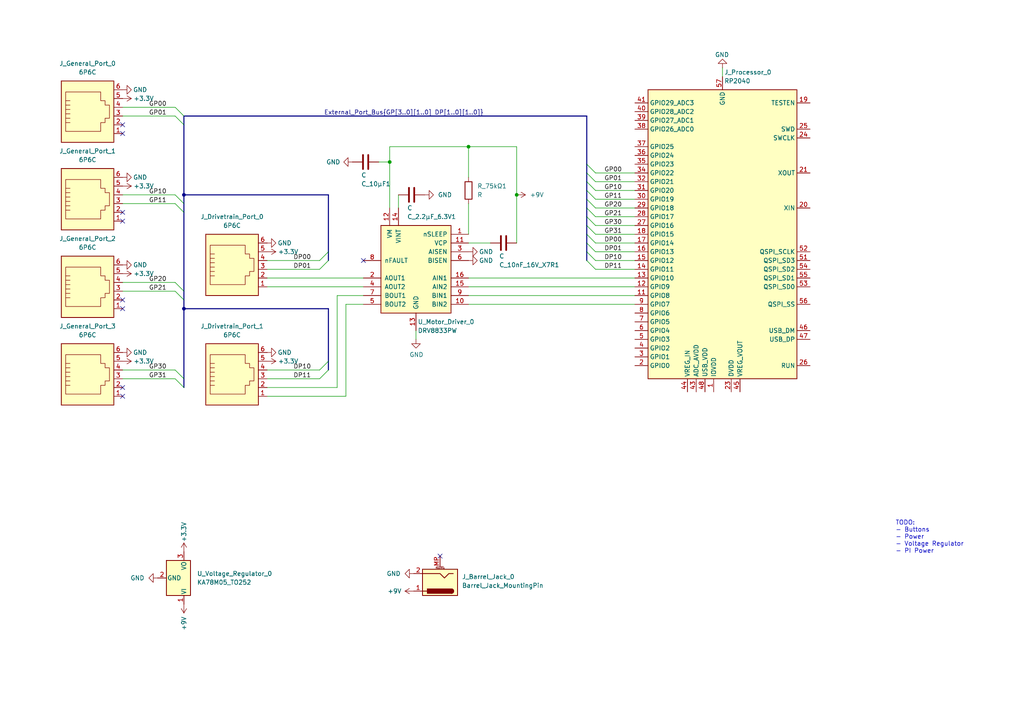
<source format=kicad_sch>
(kicad_sch (version 20211123) (generator eeschema)
  (paper "A4")
  (lib_symbols
    (symbol "Connector:6P6C" (pin_names (offset 1.016))
      (property "Reference" "J" (at -5.08 11.43 0))
      (property "Value" "6P6C" (at 2.54 11.43 0))
      (symbol "6P6C_0_1"
        (polyline (pts (xy -6.35 -1.905) (xy -5.08 -1.905) (xy -5.08 -1.905)))
        (polyline (pts (xy -6.35 -0.635) (xy -5.08 -0.635) (xy -5.08 -0.635)))
        (polyline (pts (xy -6.35 0.635) (xy -5.08 0.635) (xy -5.08 0.635)))
        (polyline (pts (xy -6.35 1.905) (xy -5.08 1.905) (xy -5.08 1.905)))
        (polyline (pts (xy -6.35 3.175) (xy -5.08 3.175) (xy -5.08 3.175)))
        (polyline (pts (xy -5.08 4.445) (xy -6.35 4.445) (xy -6.35 4.445)))
        (polyline (pts (xy -6.35 -4.445) (xy -6.35 6.985) (xy 3.81 6.985) (xy 3.81 4.445) (xy 5.08 4.445) (xy 5.08 3.175) (xy 6.35 3.175) (xy 6.35 -0.635) (xy 5.08 -0.635) (xy 5.08 -1.905) (xy 3.81 -1.905) (xy 3.81 -4.445) (xy -6.35 -4.445) (xy -6.35 -4.445)))
        (rectangle (start 7.62 10.16) (end -7.62 -7.62) (stroke (width 0.254)) (fill (type background)))
      )
      (symbol "6P6C_1_1"
        (pin passive line (at 10.16 -5.08 180) (length 2.54) (name "~") (number "1"))
        (pin passive line (at 10.16 -2.54 180) (length 2.54) (name "~") (number "2"))
        (pin passive line (at 10.16 0 180) (length 2.54) (name "~") (number "3"))
        (pin passive line (at 10.16 2.54 180) (length 2.54) (name "~") (number "4"))
        (pin passive line (at 10.16 5.08 180) (length 2.54) (name "~") (number "5"))
        (pin passive line (at 10.16 7.62 180) (length 2.54) (name "~") (number "6"))
      )
    )
    (symbol "Connector:Barrel_Jack_MountingPin" (pin_names hide)
      (property "Reference" "J" (at 0 5.334 0))
      (property "Value" "Barrel_Jack_MountingPin" (at 1.27 -6.35 0))
      (symbol "Barrel_Jack_MountingPin_0_1"
        (rectangle (start -5.08 3.81) (end 5.08 -3.81) (stroke (width 0.254)) (fill (type background)))
        (arc (start -3.302 3.175) (mid -3.937 2.54) (end -3.302 1.905) (stroke (width 0.254)))
        (arc (start -3.302 3.175) (mid -3.937 2.54) (end -3.302 1.905) (stroke (width 0.254)) (fill (type outline)))
        (polyline (pts (xy 5.08 2.54) (xy 3.81 2.54)) (stroke (width 0.254)))
        (polyline (pts (xy -3.81 -2.54) (xy -2.54 -2.54) (xy -1.27 -1.27) (xy 0 -2.54) (xy 2.54 -2.54) (xy 5.08 -2.54)) (stroke (width 0.254)))
        (rectangle (start 3.683 3.175) (end -3.302 1.905) (stroke (width 0.254)) (fill (type outline)))
      )
      (symbol "Barrel_Jack_MountingPin_1_1"
        (polyline (pts (xy -1.016 -4.572) (xy 1.016 -4.572)) (stroke (width 0.1524)))
        (text "Mounting" (at 0 -4.191 0) (effects (font (size 0.381 0.381))))
        (pin passive line (at 7.62 2.54 180) (length 2.54) (name "~") (number "1"))
        (pin passive line (at 7.62 -2.54 180) (length 2.54) (name "~") (number "2"))
        (pin passive line (at 0 -7.62 90) (length 3.048) (name "MountPin") (number "MP"))
      )
    )
    (symbol "Device:C" (pin_numbers hide) (pin_names (offset 0.254))
      (property "Reference" "C" (at 0.635 2.54 0))
      (property "Value" "C" (at 0.635 -2.54 0))
      (symbol "C_0_1"
        (polyline (pts (xy -2.032 -0.762) (xy 2.032 -0.762)) (stroke (width 0.508)))
        (polyline (pts (xy -2.032 0.762) (xy 2.032 0.762)) (stroke (width 0.508)))
      )
      (symbol "C_1_1"
        (pin passive line (at 0 3.81 270) (length 2.794) (name "~") (number "1"))
        (pin passive line (at 0 -3.81 90) (length 2.794) (name "~") (number "2"))
      )
    )
    (symbol "Device:R" (pin_numbers hide) (pin_names (offset 0))
      (property "Reference" "R" (at 2.032 0 90))
      (property "Value" "R" (at 0 0 90))
      (symbol "R_0_1"
        (rectangle (start -1.016 -2.54) (end 1.016 2.54) (stroke (width 0.254)))
      )
      (symbol "R_1_1"
        (pin passive line (at 0 3.81 270) (length 1.27) (name "~") (number "1"))
        (pin passive line (at 0 -3.81 90) (length 1.27) (name "~") (number "2"))
      )
    )
    (symbol "Driver_Motor:DRV8833PW" (pin_names (offset 1.016))
      (property "Reference" "U" (at -3.81 16.51 0))
      (property "Value" "DRV8833PW" (at -3.81 13.97 0))
      (symbol "DRV8833PW_0_1"
        (rectangle (start -10.16 12.7) (end 10.16 -12.7) (stroke (width 0.254)) (fill (type background)))
      )
      (symbol "DRV8833PW_1_1"
        (pin input line (at -15.24 10.16 0) (length 5.08) (name "nSLEEP") (number "1"))
        (pin input line (at -15.24 -10.16 0) (length 5.08) (name "BIN2") (number "10"))
        (pin bidirectional line (at -15.24 7.62 0) (length 5.08) (name "VCP") (number "11"))
        (pin power_in line (at 7.62 17.78 270) (length 5.08) (name "VM") (number "12"))
        (pin power_in line (at 0 -17.78 90) (length 5.08) (name "GND") (number "13"))
        (pin power_in line (at 5.08 17.78 270) (length 5.08) (name "VINT") (number "14"))
        (pin input line (at -15.24 -5.08 0) (length 5.08) (name "AIN2") (number "15"))
        (pin input line (at -15.24 -2.54 0) (length 5.08) (name "AIN1") (number "16"))
        (pin power_out line (at 15.24 -2.54 180) (length 5.08) (name "AOUT1") (number "2"))
        (pin bidirectional line (at -15.24 5.08 0) (length 5.08) (name "AISEN") (number "3"))
        (pin power_out line (at 15.24 -5.08 180) (length 5.08) (name "AOUT2") (number "4"))
        (pin power_out line (at 15.24 -10.16 180) (length 5.08) (name "BOUT2") (number "5"))
        (pin bidirectional line (at -15.24 2.54 0) (length 5.08) (name "BISEN") (number "6"))
        (pin power_out line (at 15.24 -7.62 180) (length 5.08) (name "BOUT1") (number "7"))
        (pin open_collector line (at 15.24 2.54 180) (length 5.08) (name "nFAULT") (number "8"))
        (pin input line (at -15.24 -7.62 0) (length 5.08) (name "BIN1") (number "9"))
      )
    )
    (symbol "MCU_RaspberryPi:RP2040"
      (property "Reference" "U" (at 17.78 45.72 0))
      (property "Value" "RP2040" (at 17.78 43.18 0))
      (symbol "RP2040_0_1"
        (rectangle (start -21.59 41.91) (end 21.59 -41.91) (stroke (width 0.254)) (fill (type background)))
      )
      (symbol "RP2040_1_1"
        (pin power_in line (at 2.54 45.72 270) (length 3.81) (name "IOVDD") (number "1"))
        (pin passive line (at 2.54 45.72 270) (length 3.81) hide (name "IOVDD") (number "10"))
        (pin bidirectional line (at 25.4 17.78 180) (length 3.81) (name "GPIO8") (number "11"))
        (pin bidirectional line (at 25.4 15.24 180) (length 3.81) (name "GPIO9") (number "12"))
        (pin bidirectional line (at 25.4 12.7 180) (length 3.81) (name "GPIO10") (number "13"))
        (pin bidirectional line (at 25.4 10.16 180) (length 3.81) (name "GPIO11") (number "14"))
        (pin bidirectional line (at 25.4 7.62 180) (length 3.81) (name "GPIO12") (number "15"))
        (pin bidirectional line (at 25.4 5.08 180) (length 3.81) (name "GPIO13") (number "16"))
        (pin bidirectional line (at 25.4 2.54 180) (length 3.81) (name "GPIO14") (number "17"))
        (pin bidirectional line (at 25.4 0 180) (length 3.81) (name "GPIO15") (number "18"))
        (pin input line (at -25.4 -38.1 0) (length 3.81) (name "TESTEN") (number "19"))
        (pin bidirectional line (at 25.4 38.1 180) (length 3.81) (name "GPIO0") (number "2"))
        (pin input line (at -25.4 -7.62 0) (length 3.81) (name "XIN") (number "20"))
        (pin passive line (at -25.4 -17.78 0) (length 3.81) (name "XOUT") (number "21"))
        (pin passive line (at 2.54 45.72 270) (length 3.81) hide (name "IOVDD") (number "22"))
        (pin power_in line (at -2.54 45.72 270) (length 3.81) (name "DVDD") (number "23"))
        (pin output line (at -25.4 -27.94 0) (length 3.81) (name "SWCLK") (number "24"))
        (pin bidirectional line (at -25.4 -30.48 0) (length 3.81) (name "SWD") (number "25"))
        (pin input line (at -25.4 38.1 0) (length 3.81) (name "RUN") (number "26"))
        (pin bidirectional line (at 25.4 -2.54 180) (length 3.81) (name "GPIO16") (number "27"))
        (pin bidirectional line (at 25.4 -5.08 180) (length 3.81) (name "GPIO17") (number "28"))
        (pin bidirectional line (at 25.4 -7.62 180) (length 3.81) (name "GPIO18") (number "29"))
        (pin bidirectional line (at 25.4 35.56 180) (length 3.81) (name "GPIO1") (number "3"))
        (pin bidirectional line (at 25.4 -10.16 180) (length 3.81) (name "GPIO19") (number "30"))
        (pin bidirectional line (at 25.4 -12.7 180) (length 3.81) (name "GPIO20") (number "31"))
        (pin bidirectional line (at 25.4 -15.24 180) (length 3.81) (name "GPIO21") (number "32"))
        (pin passive line (at 2.54 45.72 270) (length 3.81) hide (name "IOVDD") (number "33"))
        (pin bidirectional line (at 25.4 -17.78 180) (length 3.81) (name "GPIO22") (number "34"))
        (pin bidirectional line (at 25.4 -20.32 180) (length 3.81) (name "GPIO23") (number "35"))
        (pin bidirectional line (at 25.4 -22.86 180) (length 3.81) (name "GPIO24") (number "36"))
        (pin bidirectional line (at 25.4 -25.4 180) (length 3.81) (name "GPIO25") (number "37"))
        (pin bidirectional line (at 25.4 -30.48 180) (length 3.81) (name "GPIO26_ADC0") (number "38"))
        (pin bidirectional line (at 25.4 -33.02 180) (length 3.81) (name "GPIO27_ADC1") (number "39"))
        (pin bidirectional line (at 25.4 33.02 180) (length 3.81) (name "GPIO2") (number "4"))
        (pin bidirectional line (at 25.4 -35.56 180) (length 3.81) (name "GPIO28_ADC2") (number "40"))
        (pin bidirectional line (at 25.4 -38.1 180) (length 3.81) (name "GPIO29_ADC3") (number "41"))
        (pin passive line (at 2.54 45.72 270) (length 3.81) hide (name "IOVDD") (number "42"))
        (pin power_in line (at 7.62 45.72 270) (length 3.81) (name "ADC_AVDD") (number "43"))
        (pin power_in line (at 10.16 45.72 270) (length 3.81) (name "VREG_IN") (number "44"))
        (pin power_out line (at -5.08 45.72 270) (length 3.81) (name "VREG_VOUT") (number "45"))
        (pin bidirectional line (at -25.4 27.94 0) (length 3.81) (name "USB_DM") (number "46"))
        (pin bidirectional line (at -25.4 30.48 0) (length 3.81) (name "USB_DP") (number "47"))
        (pin power_in line (at 5.08 45.72 270) (length 3.81) (name "USB_VDD") (number "48"))
        (pin passive line (at 2.54 45.72 270) (length 3.81) hide (name "IOVDD") (number "49"))
        (pin bidirectional line (at 25.4 30.48 180) (length 3.81) (name "GPIO3") (number "5"))
        (pin passive line (at -2.54 45.72 270) (length 3.81) hide (name "DVDD") (number "50"))
        (pin bidirectional line (at -25.4 7.62 0) (length 3.81) (name "QSPI_SD3") (number "51"))
        (pin output line (at -25.4 5.08 0) (length 3.81) (name "QSPI_SCLK") (number "52"))
        (pin bidirectional line (at -25.4 15.24 0) (length 3.81) (name "QSPI_SD0") (number "53"))
        (pin bidirectional line (at -25.4 10.16 0) (length 3.81) (name "QSPI_SD2") (number "54"))
        (pin bidirectional line (at -25.4 12.7 0) (length 3.81) (name "QSPI_SD1") (number "55"))
        (pin bidirectional line (at -25.4 20.32 0) (length 3.81) (name "QSPI_SS") (number "56"))
        (pin power_in line (at 0 -45.72 90) (length 3.81) (name "GND") (number "57"))
        (pin bidirectional line (at 25.4 27.94 180) (length 3.81) (name "GPIO4") (number "6"))
        (pin bidirectional line (at 25.4 25.4 180) (length 3.81) (name "GPIO5") (number "7"))
        (pin bidirectional line (at 25.4 22.86 180) (length 3.81) (name "GPIO6") (number "8"))
        (pin bidirectional line (at 25.4 20.32 180) (length 3.81) (name "GPIO7") (number "9"))
      )
    )
    (symbol "Regulator_Linear:KA78M05_TO252" (pin_names (offset 0.254))
      (property "Reference" "U" (at -3.81 3.175 0))
      (property "Value" "KA78M05_TO252" (at 0 3.175 0))
      (symbol "KA78M05_TO252_0_1"
        (rectangle (start -5.08 1.905) (end 5.08 -5.08) (stroke (width 0.254)) (fill (type background)))
      )
      (symbol "KA78M05_TO252_1_1"
        (pin power_in line (at -7.62 0 0) (length 2.54) (name "VI") (number "1"))
        (pin power_in line (at 0 -7.62 90) (length 2.54) (name "GND") (number "2"))
        (pin power_out line (at 7.62 0 180) (length 2.54) (name "VO") (number "3"))
      )
    )
    (symbol "power:+3.3V" (power) (pin_names (offset 0))
      (property "Value" "+3.3V" (at 0 3.556 0))
      (symbol "+3.3V_0_1"
        (polyline (pts (xy -0.762 1.27) (xy 0 2.54)))
        (polyline (pts (xy 0 0) (xy 0 2.54)))
        (polyline (pts (xy 0 2.54) (xy 0.762 1.27)))
      )
      (symbol "+3.3V_1_1"
        (pin power_in line (at 0 0 90) (length 0) hide (name "+3.3V") (number "1"))
      )
    )
    (symbol "power:+9V" (power) (pin_names (offset 0))
      (property "Value" "+9V" (at 0 3.556 0))
      (symbol "+9V_0_1"
        (polyline (pts (xy -0.762 1.27) (xy 0 2.54)))
        (polyline (pts (xy 0 0) (xy 0 2.54)))
        (polyline (pts (xy 0 2.54) (xy 0.762 1.27)))
      )
      (symbol "+9V_1_1"
        (pin power_in line (at 0 0 90) (length 0) hide (name "+9V") (number "1"))
      )
    )
    (symbol "power:GND" (power) (pin_names (offset 0))
      (property "Value" "GND" (at 0 -3.81 0))
      (symbol "GND_0_1"
        (polyline (pts (xy 0 0) (xy 0 -1.27) (xy 1.27 -1.27) (xy 0 -2.54) (xy -1.27 -1.27) (xy 0 -1.27)))
      )
      (symbol "GND_1_1"
        (pin power_in line (at 0 0 270) (length 0) hide (name "GND") (number "1"))
      )
    )
  )
  (junction (at 53.34 56.515))
  (junction (at 149.86 56.515))
  (junction (at 53.34 89.535))
  (junction (at 113.03 46.99))
  (junction (at 135.89 42.545))
  (no_connect (at 35.56 61.595))
  (no_connect (at 105.41 75.565))
  (no_connect (at 35.56 38.735))
  (no_connect (at 35.56 36.195))
  (no_connect (at 127.635 161.29))
  (no_connect (at 35.56 112.395))
  (no_connect (at 35.56 114.935))
  (no_connect (at 35.56 64.135))
  (no_connect (at 35.56 86.995))
  (no_connect (at 35.56 89.535))
  (bus_entry (at 170.18 57.785) (size 2.54 2.54))
  (bus_entry (at 50.8 84.455) (size 2.54 2.54))
  (bus_entry (at 92.71 78.105) (size 2.54 -2.54))
  (bus_entry (at 170.18 65.405) (size 2.54 2.54))
  (bus_entry (at 170.18 67.945) (size 2.54 2.54))
  (bus_entry (at 170.18 70.485) (size 2.54 2.54))
  (bus_entry (at 92.71 75.565) (size 2.54 -2.54))
  (bus_entry (at 92.71 107.315) (size 2.54 -2.54))
  (bus_entry (at 170.18 52.705) (size 2.54 2.54))
  (bus_entry (at 170.18 55.245) (size 2.54 2.54))
  (bus_entry (at 50.8 33.655) (size 2.54 2.54))
  (bus_entry (at 170.18 50.165) (size 2.54 2.54))
  (bus_entry (at 50.8 81.915) (size 2.54 2.54))
  (bus_entry (at 170.18 73.025) (size 2.54 2.54))
  (bus_entry (at 50.8 31.115) (size 2.54 2.54))
  (bus_entry (at 50.8 107.315) (size 2.54 2.54))
  (bus_entry (at 170.18 62.865) (size 2.54 2.54))
  (bus_entry (at 170.18 75.565) (size 2.54 2.54))
  (bus_entry (at 50.8 56.515) (size 2.54 2.54))
  (bus_entry (at 50.8 59.055) (size 2.54 2.54))
  (bus_entry (at 92.71 109.855) (size 2.54 -2.54))
  (bus_entry (at 170.18 60.325) (size 2.54 2.54))
  (bus_entry (at 50.8 109.855) (size 2.54 2.54))
  (bus_entry (at 170.18 47.625) (size 2.54 2.54))
  (wire (pts (xy 77.47 83.185) (xy 105.41 83.185)))
  (bus (pts (xy 170.18 70.485) (xy 170.18 73.025)))
  (wire (pts (xy 35.56 56.515) (xy 50.8 56.515)))
  (bus (pts (xy 95.25 56.515) (xy 95.25 73.025)))
  (wire (pts (xy 97.79 112.395) (xy 97.79 85.725)))
  (bus (pts (xy 170.18 65.405) (xy 170.18 67.945)))
  (wire (pts (xy 77.47 78.105) (xy 92.71 78.105)))
  (wire (pts (xy 172.72 50.165) (xy 184.15 50.165)))
  (bus (pts (xy 53.34 59.055) (xy 53.34 61.595)))
  (bus (pts (xy 170.18 52.705) (xy 170.18 50.165)))
  (bus (pts (xy 53.34 33.655) (xy 53.34 36.195)))
  (bus (pts (xy 170.18 55.245) (xy 170.18 52.705)))
  (wire (pts (xy 77.47 109.855) (xy 92.71 109.855)))
  (wire (pts (xy 135.89 85.725) (xy 184.15 85.725)))
  (wire (pts (xy 172.72 62.865) (xy 184.15 62.865)))
  (wire (pts (xy 115.57 56.515) (xy 115.57 60.325)))
  (wire (pts (xy 113.03 42.545) (xy 113.03 46.99)))
  (bus (pts (xy 170.18 57.785) (xy 170.18 55.245)))
  (bus (pts (xy 95.25 89.535) (xy 95.25 104.775)))
  (bus (pts (xy 170.18 33.655) (xy 170.18 47.625)))
  (wire (pts (xy 172.72 75.565) (xy 184.15 75.565)))
  (bus (pts (xy 170.18 60.325) (xy 170.18 57.785)))
  (wire (pts (xy 172.72 78.105) (xy 184.15 78.105)))
  (wire (pts (xy 149.86 70.485) (xy 149.86 56.515)))
  (wire (pts (xy 135.89 42.545) (xy 135.89 51.435)))
  (bus (pts (xy 95.25 104.775) (xy 95.25 107.315)))
  (wire (pts (xy 113.03 46.99) (xy 113.03 60.325)))
  (wire (pts (xy 97.79 85.725) (xy 105.41 85.725)))
  (wire (pts (xy 172.72 55.245) (xy 184.15 55.245)))
  (bus (pts (xy 53.34 89.535) (xy 53.34 109.855)))
  (wire (pts (xy 172.72 65.405) (xy 184.15 65.405)))
  (wire (pts (xy 172.72 60.325) (xy 184.15 60.325)))
  (wire (pts (xy 135.89 88.265) (xy 184.15 88.265)))
  (wire (pts (xy 135.89 83.185) (xy 184.15 83.185)))
  (wire (pts (xy 109.855 46.99) (xy 113.03 46.99)))
  (wire (pts (xy 35.56 59.055) (xy 50.8 59.055)))
  (bus (pts (xy 53.34 61.595) (xy 53.34 84.455)))
  (wire (pts (xy 135.89 42.545) (xy 149.86 42.545)))
  (wire (pts (xy 149.86 42.545) (xy 149.86 56.515)))
  (bus (pts (xy 53.34 109.855) (xy 53.34 112.395)))
  (bus (pts (xy 53.34 89.535) (xy 95.25 89.535)))
  (bus (pts (xy 53.34 84.455) (xy 53.34 86.995)))
  (wire (pts (xy 172.72 73.025) (xy 184.15 73.025)))
  (wire (pts (xy 135.89 70.485) (xy 142.24 70.485)))
  (wire (pts (xy 35.56 109.855) (xy 50.8 109.855)))
  (wire (pts (xy 172.72 67.945) (xy 184.15 67.945)))
  (wire (pts (xy 172.72 52.705) (xy 184.15 52.705)))
  (wire (pts (xy 35.56 31.115) (xy 50.8 31.115)))
  (wire (pts (xy 100.33 88.265) (xy 105.41 88.265)))
  (wire (pts (xy 172.72 57.785) (xy 184.15 57.785)))
  (bus (pts (xy 53.34 86.995) (xy 53.34 89.535)))
  (bus (pts (xy 95.25 73.025) (xy 95.25 75.565)))
  (bus (pts (xy 53.34 56.515) (xy 95.25 56.515)))
  (wire (pts (xy 35.56 84.455) (xy 50.8 84.455)))
  (wire (pts (xy 77.47 107.315) (xy 92.71 107.315)))
  (wire (pts (xy 35.56 81.915) (xy 50.8 81.915)))
  (wire (pts (xy 35.56 107.315) (xy 50.8 107.315)))
  (wire (pts (xy 113.03 42.545) (xy 135.89 42.545)))
  (bus (pts (xy 170.18 65.405) (xy 170.18 62.865)))
  (wire (pts (xy 77.47 112.395) (xy 97.79 112.395)))
  (wire (pts (xy 135.89 80.645) (xy 184.15 80.645)))
  (wire (pts (xy 172.72 70.485) (xy 184.15 70.485)))
  (bus (pts (xy 170.18 33.655) (xy 53.34 33.655)))
  (wire (pts (xy 120.65 95.885) (xy 120.65 98.425)))
  (wire (pts (xy 77.47 80.645) (xy 105.41 80.645)))
  (wire (pts (xy 35.56 33.655) (xy 50.8 33.655)))
  (bus (pts (xy 170.18 67.945) (xy 170.18 70.485)))
  (wire (pts (xy 100.33 114.935) (xy 100.33 88.265)))
  (wire (pts (xy 77.47 75.565) (xy 92.71 75.565)))
  (wire (pts (xy 135.89 59.055) (xy 135.89 67.945)))
  (wire (pts (xy 77.47 114.935) (xy 100.33 114.935)))
  (bus (pts (xy 170.18 62.865) (xy 170.18 60.325)))
  (bus (pts (xy 53.34 36.195) (xy 53.34 56.515)))
  (bus (pts (xy 170.18 73.025) (xy 170.18 75.565)))
  (bus (pts (xy 170.18 50.165) (xy 170.18 47.625)))
  (wire (pts (xy 209.55 19.685) (xy 209.55 22.225)))
  (bus (pts (xy 53.34 56.515) (xy 53.34 59.055)))
  (text "TODO:\n- Buttons\n- Power\n- Voltage Regulator\n- PI Power" (at 259.715 160.655 0) (effects (font (size 1.27 1.27)) (justify left bottom)))
  (label "External_Port_Bus{GP[3..0][1..0] DP[1..0][1..0]}" (at 93.98 33.655 0))
  (label "GP11" (at 43.18 59.055 0))
  (label "GP31" (at 175.26 67.945 0))
  (label "GP01" (at 175.26 52.705 0))
  (label "DP01" (at 175.26 73.025 0))
  (label "GP20" (at 175.26 60.325 0))
  (label "DP00" (at 85.09 75.565 0))
  (label "GP30" (at 43.18 107.315 0))
  (label "GP11" (at 175.26 57.785 0))
  (label "GP30" (at 175.26 65.405 0))
  (label "DP01" (at 85.09 78.105 0))
  (label "DP11" (at 175.26 78.105 0))
  (label "GP21" (at 43.18 84.455 0))
  (label "GP00" (at 43.18 31.115 0))
  (label "GP31" (at 43.18 109.855 0))
  (label "DP00" (at 175.26 70.485 0))
  (label "DP10" (at 175.26 75.565 0))
  (label "GP00" (at 175.26 50.165 0))
  (label "GP21" (at 175.26 62.865 0))
  (label "GP01" (at 43.18 33.655 0))
  (label "GP10" (at 43.18 56.515 0))
  (label "GP20" (at 43.18 81.915 0))
  (label "DP11" (at 85.09 109.855 0))
  (label "DP10" (at 85.09 107.315 0))
  (label "GP10" (at 175.26 55.245 0))
  (symbol (lib_id "Device:C") (at 106.045 46.99 270) (unit 1)
    (property "Reference" "C_10μF1" (at 104.775 53.34 90) (effects (justify left)))
    (property "Value" "C" (at 104.7751 50.8 90) (effects (justify left)))
    (property "Footprint" "Capacitor_SMD:CP_Elec_3x5.3" (effects hide))
  )
  (symbol (lib_id "power:GND") (at 35.56 102.235 90) (unit 1)
    (property "Reference" "#PWR0124" (effects hide))
    (property "Value" "GND" (at 40.64 102.235 90))
  )
  (symbol (lib_id "Connector:6P6C") (at 25.4 33.655 0) (unit 1)
    (property "Reference" "J_General_Port_0" (at 25.4 18.415 0))
    (property "Value" "6P6C" (at 25.4 20.955 0))
    (property "Footprint" "Connector_RJ:RJ12_Amphenol_54601" (effects hide))
  )
  (symbol (lib_id "Connector:6P6C") (at 67.31 78.105 0) (unit 1)
    (property "Reference" "J_Drivetrain_Port_0" (at 67.31 62.865 0))
    (property "Value" "6P6C" (at 67.31 65.405 0))
    (property "Footprint" "Connector_RJ:RJ12_Amphenol_54601" (effects hide))
  )
  (symbol (lib_id "power:GND") (at 77.47 70.485 90) (unit 1)
    (property "Reference" "#PWR0107" (effects hide))
    (property "Value" "GND" (at 82.55 70.485 90))
  )
  (symbol (lib_id "power:+3.3V") (at 35.56 79.375 270) (unit 1)
    (property "Reference" "#PWR?" (effects hide))
    (property "Value" "+3.3V" (at 38.735 79.375 90) (effects (justify left)))
  )
  (symbol (lib_id "power:+9V") (at 149.86 56.515 270) (mirror x) (unit 1)
    (property "Reference" "#PWR0110" (effects hide))
    (property "Value" "+9V" (at 153.67 56.5149 90) (effects (justify left)))
  )
  (symbol (lib_id "power:GND") (at 209.55 19.685 0) (mirror x) (unit 1)
    (property "Reference" "#PWR0111" (effects hide))
    (property "Value" "GND" (at 211.455 15.875 0) (effects (justify right)))
  )
  (symbol (lib_id "power:GND") (at 120.015 166.37 270) (mirror x) (unit 1)
    (property "Reference" "#PWR0103" (effects hide))
    (property "Value" "GND" (at 116.205 166.3699 90) (effects (justify right)))
  )
  (symbol (lib_id "MCU_RaspberryPi:RP2040") (at 209.55 67.945 180) (unit 1)
    (property "Reference" "J_Processor_0" (at 210.0706 20.955 0) (effects (justify right)))
    (property "Value" "RP2040" (at 210.0706 23.495 0) (effects (justify right)))
    (property "Footprint" "Package_DFN_QFN:QFN-56-1EP_7x7mm_P0.4mm_EP3.2x3.2mm" (effects hide))
    (property "Datasheet" "https://datasheets.raspberrypi.com/rp2040/rp2040-datasheet.pdf" (effects hide))
  )
  (symbol (lib_id "power:+3.3V") (at 35.56 53.975 270) (unit 1)
    (property "Reference" "#PWR?" (effects hide))
    (property "Value" "+3.3V" (at 38.735 53.975 90) (effects (justify left)))
  )
  (symbol (lib_id "Connector:6P6C") (at 25.4 84.455 0) (unit 1)
    (property "Reference" "J_General_Port_2" (at 25.4 69.215 0))
    (property "Value" "6P6C" (at 25.4 71.755 0))
    (property "Footprint" "Connector_RJ:RJ12_Amphenol_54601" (effects hide))
  )
  (symbol (lib_id "Connector:6P6C") (at 25.4 59.055 0) (unit 1)
    (property "Reference" "J_General_Port_1" (at 25.4 43.815 0))
    (property "Value" "6P6C" (at 25.4 46.355 0))
    (property "Footprint" "Connector_RJ:RJ12_Amphenol_54601" (effects hide))
  )
  (symbol (lib_id "Connector:Barrel_Jack_MountingPin") (at 127.635 168.91 180) (unit 1)
    (property "Reference" "J_Barrel_Jack_0" (at 133.985 167.2843 0) (effects (justify right)))
    (property "Value" "Barrel_Jack_MountingPin" (at 133.985 169.8243 0) (effects (justify right)))
    (property "Footprint" "Connector_BarrelJack:BarrelJack_CUI_PJ-063AH_Horizontal" (effects hide))
  )
  (symbol (lib_id "power:GND") (at 123.19 56.515 90) (mirror x) (unit 1)
    (property "Reference" "#PWR0112" (effects hide))
    (property "Value" "GND" (at 127 56.515 90) (effects (justify right)))
  )
  (symbol (lib_id "Driver_Motor:DRV8833PW") (at 120.65 78.105 0) (mirror y) (unit 1)
    (property "Reference" "U_Motor_Driver_0" (at 121.1706 93.345 0) (effects (justify right)))
    (property "Value" "DRV8833PW" (at 121.1706 95.885 0) (effects (justify right)))
    (property "Footprint" "Package_SO:TSSOP-16_4.4x5mm_P0.65mm" (effects hide))
    (property "Datasheet" "http://www.ti.com/lit/ds/symlink/drv8833.pdf" (effects hide))
  )
  (symbol (lib_id "power:+9V") (at 53.34 175.26 0) (mirror x) (unit 1)
    (property "Reference" "#PWR0120" (effects hide))
    (property "Value" "+9V" (at 53.34 182.88 90) (effects (justify right)))
  )
  (symbol (lib_id "power:GND") (at 35.56 51.435 90) (unit 1)
    (property "Reference" "#PWR0114" (effects hide))
    (property "Value" "GND" (at 40.64 51.435 90))
  )
  (symbol (lib_id "power:GND") (at 35.56 26.035 90) (unit 1)
    (property "Reference" "#PWR0116" (effects hide))
    (property "Value" "GND" (at 40.64 26.035 90))
  )
  (symbol (lib_id "power:GND") (at 35.56 76.835 90) (unit 1)
    (property "Reference" "#PWR0119" (effects hide))
    (property "Value" "GND" (at 40.64 76.835 90))
  )
  (symbol (lib_id "power:GND") (at 135.89 75.565 90) (unit 1)
    (property "Reference" "#PWR0101" (effects hide))
    (property "Value" "GND" (at 140.97 75.565 90))
  )
  (symbol (lib_id "Device:R") (at 135.89 55.245 0) (unit 1)
    (property "Reference" "R_75kΩ1" (at 138.43 53.9749 0) (effects (justify left)))
    (property "Value" "R" (at 138.43 56.5149 0) (effects (justify left)))
    (property "Footprint" "Resistor_SMD:R_0201_0603Metric" (effects hide))
  )
  (symbol (lib_id "power:+3.3V") (at 53.34 160.02 0) (unit 1)
    (property "Reference" "#PWR?" (effects hide))
    (property "Value" "+3.3V" (at 53.34 154.305 90))
  )
  (symbol (lib_id "power:+3.3V") (at 35.56 28.575 270) (unit 1)
    (property "Reference" "#PWR?" (effects hide))
    (property "Value" "+3.3V" (at 38.735 28.575 90) (effects (justify left)))
  )
  (symbol (lib_id "power:GND") (at 45.72 167.64 270) (mirror x) (unit 1)
    (property "Reference" "#PWR0121" (effects hide))
    (property "Value" "GND" (at 41.91 167.6399 90) (effects (justify right)))
  )
  (symbol (lib_id "Regulator_Linear:KA78M05_TO252") (at 53.34 167.64 270) (mirror x) (unit 1)
    (property "Reference" "U_Voltage_Regulator_0" (at 57.15 166.3699 90) (effects (justify left)))
    (property "Value" "KA78M05_TO252" (at 57.15 168.9099 90) (effects (justify left)))
    (property "Footprint" "Package_TO_SOT_SMD:TO-252-2" (effects hide))
    (property "Datasheet" "https://www.onsemi.com/pub/Collateral/MC78M00-D.PDF" (effects hide))
  )
  (symbol (lib_id "power:+9V") (at 120.015 171.45 90) (mirror x) (unit 1)
    (property "Reference" "#PWR0104" (effects hide))
    (property "Value" "+9V" (at 112.395 171.45 90) (effects (justify right)))
  )
  (symbol (lib_id "power:+3.3V") (at 77.47 73.025 270) (unit 1)
    (property "Reference" "#PWR?" (effects hide))
    (property "Value" "+3.3V" (at 80.645 73.025 90) (effects (justify left)))
  )
  (symbol (lib_id "power:+3.3V") (at 35.56 104.775 270) (unit 1)
    (property "Reference" "#PWR?" (effects hide))
    (property "Value" "+3.3V" (at 38.735 104.775 90) (effects (justify left)))
  )
  (symbol (lib_id "power:GND") (at 102.235 46.99 270) (unit 1)
    (property "Reference" "#PWR0113" (effects hide))
    (property "Value" "GND" (at 94.615 46.99 90) (effects (justify left)))
  )
  (symbol (lib_id "Connector:6P6C") (at 67.31 109.855 0) (unit 1)
    (property "Reference" "J_Drivetrain_Port_1" (at 67.31 94.615 0))
    (property "Value" "6P6C" (at 67.31 97.155 0))
    (property "Footprint" "Connector_RJ:RJ12_Amphenol_54601" (effects hide))
  )
  (symbol (lib_id "power:GND") (at 120.65 98.425 0) (unit 1)
    (property "Reference" "#PWR0109" (effects hide))
    (property "Value" "GND" (at 118.745 102.87 0) (effects (justify left)))
  )
  (symbol (lib_id "power:GND") (at 135.89 73.025 90) (unit 1)
    (property "Reference" "#PWR0102" (effects hide))
    (property "Value" "GND" (at 140.97 73.025 90))
  )
  (symbol (lib_id "Connector:6P6C") (at 25.4 109.855 0) (unit 1)
    (property "Reference" "J_General_Port_3" (at 25.4 94.615 0))
    (property "Value" "6P6C" (at 25.4 97.155 0))
    (property "Footprint" "Connector_RJ:RJ12_Amphenol_54601" (effects hide))
  )
  (symbol (lib_id "Device:C") (at 119.38 56.515 270) (unit 1)
    (property "Reference" "C_2.2μF_6.3V1" (at 118.11 62.865 90) (effects (justify left)))
    (property "Value" "C" (at 118.1101 60.325 90) (effects (justify left)))
    (property "Footprint" "Capacitor_SMD:CP_Elec_3x5.3" (effects hide))
  )
  (symbol (lib_id "power:+3.3V") (at 77.47 104.775 270) (unit 1)
    (property "Reference" "#PWR?" (effects hide))
    (property "Value" "+3.3V" (at 80.645 104.775 90) (effects (justify left)))
  )
  (symbol (lib_id "Device:C") (at 146.05 70.485 270) (unit 1)
    (property "Reference" "C_10nF_16V_X7R1" (at 144.78 76.835 90) (effects (justify left)))
    (property "Value" "C" (at 144.78 74.295 90) (effects (justify left)))
    (property "Footprint" "Capacitor_SMD:CP_Elec_3x5.3" (effects hide))
  )
  (symbol (lib_id "power:GND") (at 77.47 102.235 90) (unit 1)
    (property "Reference" "#PWR0105" (effects hide))
    (property "Value" "GND" (at 82.55 102.235 90))
  )
)
</source>
